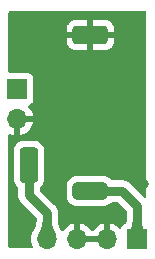
<source format=gbr>
%TF.GenerationSoftware,KiCad,Pcbnew,(6.0.2-0)*%
%TF.CreationDate,2022-02-24T16:39:23+09:00*%
%TF.ProjectId,PJ302Breakout,504a3330-3242-4726-9561-6b6f75742e6b,rev?*%
%TF.SameCoordinates,Original*%
%TF.FileFunction,Copper,L1,Top*%
%TF.FilePolarity,Positive*%
%FSLAX46Y46*%
G04 Gerber Fmt 4.6, Leading zero omitted, Abs format (unit mm)*
G04 Created by KiCad (PCBNEW (6.0.2-0)) date 2022-02-24 16:39:23*
%MOMM*%
%LPD*%
G01*
G04 APERTURE LIST*
G04 Aperture macros list*
%AMRoundRect*
0 Rectangle with rounded corners*
0 $1 Rounding radius*
0 $2 $3 $4 $5 $6 $7 $8 $9 X,Y pos of 4 corners*
0 Add a 4 corners polygon primitive as box body*
4,1,4,$2,$3,$4,$5,$6,$7,$8,$9,$2,$3,0*
0 Add four circle primitives for the rounded corners*
1,1,$1+$1,$2,$3*
1,1,$1+$1,$4,$5*
1,1,$1+$1,$6,$7*
1,1,$1+$1,$8,$9*
0 Add four rect primitives between the rounded corners*
20,1,$1+$1,$2,$3,$4,$5,0*
20,1,$1+$1,$4,$5,$6,$7,0*
20,1,$1+$1,$6,$7,$8,$9,0*
20,1,$1+$1,$8,$9,$2,$3,0*%
G04 Aperture macros list end*
%TA.AperFunction,ComponentPad*%
%ADD10RoundRect,0.250500X-1.249500X0.499500X-1.249500X-0.499500X1.249500X-0.499500X1.249500X0.499500X0*%
%TD*%
%TA.AperFunction,ComponentPad*%
%ADD11RoundRect,0.250500X-0.499500X-1.249500X0.499500X-1.249500X0.499500X1.249500X-0.499500X1.249500X0*%
%TD*%
%TA.AperFunction,ComponentPad*%
%ADD12RoundRect,0.375000X-1.125000X0.375000X-1.125000X-0.375000X1.125000X-0.375000X1.125000X0.375000X0*%
%TD*%
%TA.AperFunction,ComponentPad*%
%ADD13R,1.700000X1.700000*%
%TD*%
%TA.AperFunction,ComponentPad*%
%ADD14O,1.700000X1.700000*%
%TD*%
%TA.AperFunction,ViaPad*%
%ADD15C,0.800000*%
%TD*%
%TA.AperFunction,Conductor*%
%ADD16C,0.800000*%
%TD*%
G04 APERTURE END LIST*
D10*
%TO.P,J1,1*%
%TO.N,GND*%
X116669500Y-48756000D03*
D11*
%TO.P,J1,2*%
%TO.N,/sw*%
X111469500Y-59756000D03*
D12*
%TO.P,J1,3*%
%TO.N,Net-(J1-Pad3)*%
X116669500Y-61956000D03*
%TD*%
D13*
%TO.P,J3,1,Pin_1*%
%TO.N,unconnected-(J3-Pad1)*%
X110490000Y-53340000D03*
D14*
%TO.P,J3,2,Pin_2*%
%TO.N,GND*%
X110490000Y-55880000D03*
%TD*%
D13*
%TO.P,J2,1,Pin_1*%
%TO.N,Net-(J1-Pad3)*%
X120640000Y-66040000D03*
D14*
%TO.P,J2,2,Pin_2*%
%TO.N,GND*%
X118100000Y-66040000D03*
%TO.P,J2,3,Pin_3*%
X115560000Y-66040000D03*
%TO.P,J2,4,Pin_4*%
%TO.N,/sw*%
X113020000Y-66040000D03*
%TD*%
D15*
%TO.N,GND*%
X121200000Y-61400000D03*
X116400000Y-54800000D03*
X120800000Y-47400000D03*
X110400000Y-66200000D03*
X113800000Y-61000000D03*
X116400000Y-58600000D03*
X120800000Y-54800000D03*
X110400000Y-47400000D03*
%TD*%
D16*
%TO.N,/sw*%
X113020000Y-63820000D02*
X111469500Y-62269500D01*
X111469500Y-62269500D02*
X111469500Y-59756000D01*
X113020000Y-66040000D02*
X113020000Y-63820000D01*
%TO.N,Net-(J1-Pad3)*%
X119356000Y-61956000D02*
X120640000Y-63240000D01*
X116669500Y-61956000D02*
X119356000Y-61956000D01*
X120640000Y-63240000D02*
X120640000Y-66040000D01*
%TD*%
%TA.AperFunction,Conductor*%
%TO.N,/sw*%
G36*
X111477933Y-59389769D02*
G01*
X112138861Y-60077053D01*
X112142126Y-60085392D01*
X112140967Y-60090244D01*
X112087067Y-60202033D01*
X112037342Y-60308707D01*
X112037329Y-60308737D01*
X112037310Y-60308777D01*
X112037287Y-60308832D01*
X112037277Y-60308853D01*
X111994886Y-60407456D01*
X111994879Y-60407473D01*
X111994844Y-60407555D01*
X111994807Y-60407655D01*
X111959343Y-60502617D01*
X111959338Y-60502630D01*
X111959286Y-60502771D01*
X111930252Y-60598831D01*
X111907357Y-60700142D01*
X111890219Y-60811109D01*
X111878452Y-60936137D01*
X111871674Y-61079632D01*
X111871673Y-61079726D01*
X111871672Y-61079749D01*
X111869651Y-61234453D01*
X111866116Y-61242681D01*
X111857952Y-61246000D01*
X111081048Y-61246000D01*
X111072775Y-61242573D01*
X111069349Y-61234453D01*
X111067327Y-61079749D01*
X111067326Y-61079726D01*
X111067325Y-61079632D01*
X111060547Y-60936137D01*
X111048780Y-60811109D01*
X111031642Y-60700142D01*
X111008747Y-60598831D01*
X110979713Y-60502771D01*
X110979661Y-60502630D01*
X110979656Y-60502617D01*
X110944192Y-60407655D01*
X110944155Y-60407555D01*
X110944120Y-60407473D01*
X110944113Y-60407456D01*
X110901722Y-60308853D01*
X110901712Y-60308832D01*
X110901689Y-60308777D01*
X110901670Y-60308737D01*
X110901657Y-60308707D01*
X110851932Y-60202033D01*
X110798033Y-60090244D01*
X110797527Y-60081304D01*
X110800139Y-60077053D01*
X111461067Y-59389769D01*
X111469271Y-59386181D01*
X111477933Y-59389769D01*
G37*
%TD.AperFunction*%
%TD*%
%TA.AperFunction,Conductor*%
%TO.N,/sw*%
G36*
X113416798Y-64353427D02*
G01*
X113420223Y-64361472D01*
X113423685Y-64539793D01*
X113434726Y-64702112D01*
X113453098Y-64842441D01*
X113478779Y-64966261D01*
X113511743Y-65079054D01*
X113551968Y-65186303D01*
X113599430Y-65293489D01*
X113654105Y-65406095D01*
X113654137Y-65406159D01*
X113715969Y-65529602D01*
X113716000Y-65529665D01*
X113781365Y-65662128D01*
X113781953Y-65671063D01*
X113779306Y-65675415D01*
X113028433Y-66456231D01*
X113020229Y-66459819D01*
X113011567Y-66456231D01*
X112260694Y-65675415D01*
X112257429Y-65667076D01*
X112258635Y-65662128D01*
X112323999Y-65529665D01*
X112324030Y-65529602D01*
X112385862Y-65406159D01*
X112385894Y-65406095D01*
X112440569Y-65293489D01*
X112488031Y-65186303D01*
X112528256Y-65079054D01*
X112561220Y-64966261D01*
X112586901Y-64842441D01*
X112605273Y-64702112D01*
X112616314Y-64539793D01*
X112619777Y-64361473D01*
X112623364Y-64353268D01*
X112631475Y-64350000D01*
X113408525Y-64350000D01*
X113416798Y-64353427D01*
G37*
%TD.AperFunction*%
%TD*%
%TA.AperFunction,Conductor*%
%TO.N,Net-(J1-Pad3)*%
G36*
X117003744Y-61284533D02*
G01*
X117115500Y-61338416D01*
X117115533Y-61338432D01*
X117222207Y-61388157D01*
X117222237Y-61388170D01*
X117222277Y-61388189D01*
X117222332Y-61388212D01*
X117222353Y-61388222D01*
X117320956Y-61430613D01*
X117320973Y-61430620D01*
X117321055Y-61430655D01*
X117359416Y-61444981D01*
X117416117Y-61466156D01*
X117416130Y-61466161D01*
X117416271Y-61466213D01*
X117512331Y-61495247D01*
X117613642Y-61518142D01*
X117613826Y-61518170D01*
X117613829Y-61518171D01*
X117637269Y-61521791D01*
X117724609Y-61535280D01*
X117724755Y-61535294D01*
X117724765Y-61535295D01*
X117849498Y-61547034D01*
X117849501Y-61547034D01*
X117849637Y-61547047D01*
X117860316Y-61547551D01*
X117993016Y-61553820D01*
X117993044Y-61553821D01*
X117993132Y-61553825D01*
X117993221Y-61553826D01*
X117993249Y-61553827D01*
X118135514Y-61555686D01*
X118147953Y-61555849D01*
X118156181Y-61559384D01*
X118159500Y-61567548D01*
X118159500Y-62344452D01*
X118156073Y-62352725D01*
X118147953Y-62356151D01*
X118118553Y-62356535D01*
X117993249Y-62358172D01*
X117993221Y-62358173D01*
X117993132Y-62358174D01*
X117993044Y-62358178D01*
X117993016Y-62358179D01*
X117860316Y-62364448D01*
X117849637Y-62364952D01*
X117849501Y-62364965D01*
X117849498Y-62364965D01*
X117724765Y-62376704D01*
X117724755Y-62376705D01*
X117724609Y-62376719D01*
X117637269Y-62390208D01*
X117613829Y-62393828D01*
X117613826Y-62393829D01*
X117613642Y-62393857D01*
X117512331Y-62416752D01*
X117416271Y-62445786D01*
X117416130Y-62445838D01*
X117416117Y-62445843D01*
X117359416Y-62467018D01*
X117321055Y-62481344D01*
X117320973Y-62481379D01*
X117320956Y-62481386D01*
X117222353Y-62523777D01*
X117222332Y-62523787D01*
X117222277Y-62523810D01*
X117222237Y-62523829D01*
X117222207Y-62523842D01*
X117115533Y-62573567D01*
X117115500Y-62573583D01*
X117003744Y-62627467D01*
X116994804Y-62627973D01*
X116990553Y-62625361D01*
X116884986Y-62523842D01*
X116303269Y-61964433D01*
X116299681Y-61956229D01*
X116303269Y-61947567D01*
X116712713Y-61553825D01*
X116990553Y-61286639D01*
X116998892Y-61283374D01*
X117003744Y-61284533D01*
G37*
%TD.AperFunction*%
%TD*%
%TA.AperFunction,Conductor*%
%TO.N,Net-(J1-Pad3)*%
G36*
X121036798Y-64353427D02*
G01*
X121040223Y-64361472D01*
X121043685Y-64539793D01*
X121054726Y-64702112D01*
X121073098Y-64842441D01*
X121098779Y-64966261D01*
X121131743Y-65079054D01*
X121171968Y-65186303D01*
X121219430Y-65293489D01*
X121274105Y-65406095D01*
X121274137Y-65406159D01*
X121335969Y-65529602D01*
X121336000Y-65529665D01*
X121401365Y-65662128D01*
X121401953Y-65671063D01*
X121399306Y-65675415D01*
X120648433Y-66456231D01*
X120640229Y-66459819D01*
X120631567Y-66456231D01*
X119880694Y-65675415D01*
X119877429Y-65667076D01*
X119878635Y-65662128D01*
X119943999Y-65529665D01*
X119944030Y-65529602D01*
X120005862Y-65406159D01*
X120005894Y-65406095D01*
X120060569Y-65293489D01*
X120108031Y-65186303D01*
X120148256Y-65079054D01*
X120181220Y-64966261D01*
X120206901Y-64842441D01*
X120225273Y-64702112D01*
X120236314Y-64539793D01*
X120239777Y-64361473D01*
X120243364Y-64353268D01*
X120251475Y-64350000D01*
X121028525Y-64350000D01*
X121036798Y-64353427D01*
G37*
%TD.AperFunction*%
%TD*%
%TA.AperFunction,Conductor*%
%TO.N,GND*%
G36*
X121354121Y-46756002D02*
G01*
X121400614Y-46809658D01*
X121412000Y-46862000D01*
X121412000Y-62422997D01*
X121391998Y-62491118D01*
X121338342Y-62537611D01*
X121268068Y-62547715D01*
X121203488Y-62518221D01*
X121196905Y-62512092D01*
X120055981Y-61371168D01*
X120043140Y-61356135D01*
X120038746Y-61350087D01*
X120038745Y-61350086D01*
X120034866Y-61344747D01*
X119984041Y-61298984D01*
X119979256Y-61294443D01*
X119964741Y-61279928D01*
X119951261Y-61269012D01*
X119948784Y-61267006D01*
X119943769Y-61262722D01*
X119897855Y-61221381D01*
X119897850Y-61221377D01*
X119892944Y-61216960D01*
X119887228Y-61213660D01*
X119887224Y-61213657D01*
X119880763Y-61209927D01*
X119864466Y-61198727D01*
X119858660Y-61194025D01*
X119858658Y-61194024D01*
X119853530Y-61189871D01*
X119792577Y-61158814D01*
X119786782Y-61155667D01*
X119783244Y-61153624D01*
X119727556Y-61121473D01*
X119721274Y-61119432D01*
X119721272Y-61119431D01*
X119714174Y-61117125D01*
X119695907Y-61109559D01*
X119683370Y-61103171D01*
X119617299Y-61085467D01*
X119610997Y-61083600D01*
X119545928Y-61062458D01*
X119539363Y-61061768D01*
X119539354Y-61061766D01*
X119531925Y-61060985D01*
X119512491Y-61057383D01*
X119505286Y-61055453D01*
X119505284Y-61055453D01*
X119498903Y-61053743D01*
X119492312Y-61053398D01*
X119492308Y-61053397D01*
X119430616Y-61050164D01*
X119424042Y-61049647D01*
X119406884Y-61047844D01*
X119406882Y-61047844D01*
X119403610Y-61047500D01*
X119383074Y-61047500D01*
X119376480Y-61047327D01*
X119314782Y-61044093D01*
X119314777Y-61044093D01*
X119308190Y-61043748D01*
X119294292Y-61045949D01*
X119274583Y-61047500D01*
X118559431Y-61047500D01*
X118491310Y-61027498D01*
X118461510Y-61000794D01*
X118426826Y-60957962D01*
X118426825Y-60957961D01*
X118422670Y-60952830D01*
X118379924Y-60918215D01*
X118283472Y-60840109D01*
X118283468Y-60840106D01*
X118278339Y-60835953D01*
X118112862Y-60751638D01*
X118106488Y-60749930D01*
X117939048Y-60705064D01*
X117939044Y-60705063D01*
X117933471Y-60703570D01*
X117927715Y-60703117D01*
X117858800Y-60697693D01*
X117858791Y-60697693D01*
X117856343Y-60697500D01*
X116669981Y-60697500D01*
X115482658Y-60697501D01*
X115435826Y-60701186D01*
X115411283Y-60703117D01*
X115411280Y-60703117D01*
X115405529Y-60703570D01*
X115226138Y-60751638D01*
X115060661Y-60835953D01*
X115055532Y-60840106D01*
X115055528Y-60840109D01*
X114922322Y-60947977D01*
X114916330Y-60952830D01*
X114912175Y-60957961D01*
X114803609Y-61092028D01*
X114803606Y-61092032D01*
X114799453Y-61097161D01*
X114715138Y-61262638D01*
X114713430Y-61269011D01*
X114713430Y-61269012D01*
X114697180Y-61329659D01*
X114667070Y-61442029D01*
X114666617Y-61447785D01*
X114663744Y-61484296D01*
X114661000Y-61519157D01*
X114661001Y-62392842D01*
X114667070Y-62469971D01*
X114715138Y-62649362D01*
X114799453Y-62814839D01*
X114803606Y-62819968D01*
X114803609Y-62819972D01*
X114855865Y-62884502D01*
X114916330Y-62959170D01*
X114921461Y-62963325D01*
X115055528Y-63071891D01*
X115055532Y-63071894D01*
X115060661Y-63076047D01*
X115226138Y-63160362D01*
X115232511Y-63162070D01*
X115232512Y-63162070D01*
X115399952Y-63206936D01*
X115399956Y-63206937D01*
X115405529Y-63208430D01*
X115411285Y-63208883D01*
X115480200Y-63214307D01*
X115480209Y-63214307D01*
X115482657Y-63214500D01*
X116669019Y-63214500D01*
X117856342Y-63214499D01*
X117903174Y-63210814D01*
X117927717Y-63208883D01*
X117927720Y-63208883D01*
X117933471Y-63208430D01*
X118112862Y-63160362D01*
X118278339Y-63076047D01*
X118283468Y-63071894D01*
X118283472Y-63071891D01*
X118417535Y-62963328D01*
X118422670Y-62959170D01*
X118461511Y-62911205D01*
X118519924Y-62870854D01*
X118559431Y-62864500D01*
X118927497Y-62864500D01*
X118995618Y-62884502D01*
X119016592Y-62901405D01*
X119694595Y-63579408D01*
X119728621Y-63641720D01*
X119731500Y-63668503D01*
X119731500Y-64369603D01*
X119731476Y-64372049D01*
X119728709Y-64514534D01*
X119728442Y-64520640D01*
X119723524Y-64592935D01*
X119698945Y-64659541D01*
X119642045Y-64702365D01*
X119581696Y-64724989D01*
X119543295Y-64739385D01*
X119426739Y-64826739D01*
X119339385Y-64943295D01*
X119336233Y-64951704D01*
X119336232Y-64951705D01*
X119294722Y-65062433D01*
X119252081Y-65119198D01*
X119185519Y-65143898D01*
X119116170Y-65128691D01*
X119083546Y-65103004D01*
X119032799Y-65047234D01*
X119025273Y-65040215D01*
X118858139Y-64908222D01*
X118849552Y-64902517D01*
X118663117Y-64799599D01*
X118653705Y-64795369D01*
X118452959Y-64724280D01*
X118442988Y-64721646D01*
X118371837Y-64708972D01*
X118358540Y-64710432D01*
X118354000Y-64724989D01*
X118354000Y-66168000D01*
X118333998Y-66236121D01*
X118280342Y-66282614D01*
X118228000Y-66294000D01*
X115432000Y-66294000D01*
X115363879Y-66273998D01*
X115317386Y-66220342D01*
X115306000Y-66168000D01*
X115306000Y-65767885D01*
X115814000Y-65767885D01*
X115818475Y-65783124D01*
X115819865Y-65784329D01*
X115827548Y-65786000D01*
X117827885Y-65786000D01*
X117843124Y-65781525D01*
X117844329Y-65780135D01*
X117846000Y-65772452D01*
X117846000Y-64723102D01*
X117842082Y-64709758D01*
X117827806Y-64707771D01*
X117789324Y-64713660D01*
X117779288Y-64716051D01*
X117576868Y-64782212D01*
X117567359Y-64786209D01*
X117378463Y-64884542D01*
X117369738Y-64890036D01*
X117199433Y-65017905D01*
X117191726Y-65024748D01*
X117044590Y-65178717D01*
X117038104Y-65186727D01*
X116933193Y-65340521D01*
X116878282Y-65385524D01*
X116807757Y-65393695D01*
X116744010Y-65362441D01*
X116723313Y-65337957D01*
X116642427Y-65212926D01*
X116636136Y-65204757D01*
X116492806Y-65047240D01*
X116485273Y-65040215D01*
X116318139Y-64908222D01*
X116309552Y-64902517D01*
X116123117Y-64799599D01*
X116113705Y-64795369D01*
X115912959Y-64724280D01*
X115902988Y-64721646D01*
X115831837Y-64708972D01*
X115818540Y-64710432D01*
X115814000Y-64724989D01*
X115814000Y-65767885D01*
X115306000Y-65767885D01*
X115306000Y-64723102D01*
X115302082Y-64709758D01*
X115287806Y-64707771D01*
X115249324Y-64713660D01*
X115239288Y-64716051D01*
X115036868Y-64782212D01*
X115027359Y-64786209D01*
X114838463Y-64884542D01*
X114829738Y-64890036D01*
X114659433Y-65017905D01*
X114651726Y-65024748D01*
X114504590Y-65178717D01*
X114498109Y-65186722D01*
X114396391Y-65335833D01*
X114341480Y-65380835D01*
X114270955Y-65389006D01*
X114207208Y-65357752D01*
X114179312Y-65320587D01*
X114171556Y-65304870D01*
X114176050Y-65302652D01*
X114176043Y-65302640D01*
X114171555Y-65304868D01*
X114171554Y-65304869D01*
X114171002Y-65303757D01*
X114170248Y-65302238D01*
X114170134Y-65302011D01*
X114110091Y-65182139D01*
X114109404Y-65180745D01*
X114061277Y-65081626D01*
X114059411Y-65077606D01*
X114023916Y-64997443D01*
X114021156Y-64990687D01*
X113995682Y-64922768D01*
X113992716Y-64913865D01*
X113973484Y-64848059D01*
X113971051Y-64838302D01*
X113955302Y-64762368D01*
X113953742Y-64753137D01*
X113940991Y-64655744D01*
X113940215Y-64647938D01*
X113936474Y-64592935D01*
X113931555Y-64520619D01*
X113931290Y-64514534D01*
X113928524Y-64372057D01*
X113928500Y-64369611D01*
X113928500Y-63901417D01*
X113930051Y-63881705D01*
X113931220Y-63874325D01*
X113932252Y-63867810D01*
X113928673Y-63799519D01*
X113928500Y-63792925D01*
X113928500Y-63772390D01*
X113926353Y-63751960D01*
X113925836Y-63745385D01*
X113922603Y-63683696D01*
X113922603Y-63683695D01*
X113922257Y-63677096D01*
X113918616Y-63663508D01*
X113915012Y-63644061D01*
X113914233Y-63636644D01*
X113914232Y-63636640D01*
X113913542Y-63630072D01*
X113892402Y-63565009D01*
X113890529Y-63558685D01*
X113874539Y-63499010D01*
X113874538Y-63499006D01*
X113872829Y-63492630D01*
X113866440Y-63480092D01*
X113858875Y-63461826D01*
X113856569Y-63454728D01*
X113856568Y-63454726D01*
X113854527Y-63448444D01*
X113820331Y-63389215D01*
X113817185Y-63383421D01*
X113786129Y-63322470D01*
X113777273Y-63311533D01*
X113766073Y-63295237D01*
X113762343Y-63288776D01*
X113762340Y-63288772D01*
X113759040Y-63283056D01*
X113754623Y-63278150D01*
X113754619Y-63278145D01*
X113713278Y-63232231D01*
X113708994Y-63227216D01*
X113698696Y-63214500D01*
X113696072Y-63211259D01*
X113681557Y-63196744D01*
X113677016Y-63191959D01*
X113635673Y-63146043D01*
X113631253Y-63141134D01*
X113619865Y-63132860D01*
X113604832Y-63120019D01*
X112414905Y-61930092D01*
X112380879Y-61867780D01*
X112378000Y-61840997D01*
X112378000Y-61715209D01*
X112398002Y-61647088D01*
X112432225Y-61613443D01*
X112431696Y-61612776D01*
X112437442Y-61608221D01*
X112443661Y-61604373D01*
X112568700Y-61479115D01*
X112644506Y-61356135D01*
X112657731Y-61334681D01*
X112657732Y-61334679D01*
X112661571Y-61328451D01*
X112717290Y-61160463D01*
X112722506Y-61109559D01*
X112727672Y-61059130D01*
X112728000Y-61055931D01*
X112727999Y-58456070D01*
X112717018Y-58350231D01*
X112661006Y-58182341D01*
X112567873Y-58031839D01*
X112442615Y-57906800D01*
X112291951Y-57813929D01*
X112123963Y-57758210D01*
X112117127Y-57757510D01*
X112117124Y-57757509D01*
X112064825Y-57752151D01*
X112019431Y-57747500D01*
X111473741Y-57747500D01*
X110919570Y-57747501D01*
X110916326Y-57747838D01*
X110916318Y-57747838D01*
X110869938Y-57752650D01*
X110813731Y-57758482D01*
X110645841Y-57814494D01*
X110495339Y-57907627D01*
X110370300Y-58032885D01*
X110366460Y-58039115D01*
X110282008Y-58176121D01*
X110277429Y-58183549D01*
X110221710Y-58351537D01*
X110211000Y-58456069D01*
X110211001Y-61055930D01*
X110221982Y-61161769D01*
X110277994Y-61329659D01*
X110371127Y-61480161D01*
X110496385Y-61605200D01*
X110502614Y-61609040D01*
X110508363Y-61613580D01*
X110507273Y-61614960D01*
X110548607Y-61660884D01*
X110561000Y-61715376D01*
X110561000Y-62188083D01*
X110559449Y-62207792D01*
X110557248Y-62221690D01*
X110557593Y-62228277D01*
X110557593Y-62228282D01*
X110560827Y-62289980D01*
X110561000Y-62296574D01*
X110561000Y-62317110D01*
X110561344Y-62320382D01*
X110561344Y-62320384D01*
X110563147Y-62337542D01*
X110563664Y-62344116D01*
X110566347Y-62395302D01*
X110567243Y-62412403D01*
X110568953Y-62418784D01*
X110568953Y-62418786D01*
X110570883Y-62425991D01*
X110574485Y-62445425D01*
X110575266Y-62452854D01*
X110575268Y-62452863D01*
X110575958Y-62459428D01*
X110597100Y-62524497D01*
X110598967Y-62530799D01*
X110616671Y-62596870D01*
X110623059Y-62609407D01*
X110630625Y-62627673D01*
X110634973Y-62641056D01*
X110638276Y-62646778D01*
X110638277Y-62646779D01*
X110669167Y-62700282D01*
X110672314Y-62706077D01*
X110703371Y-62767030D01*
X110707524Y-62772158D01*
X110707525Y-62772160D01*
X110712227Y-62777966D01*
X110723427Y-62794263D01*
X110727157Y-62800724D01*
X110727160Y-62800728D01*
X110730460Y-62806444D01*
X110734877Y-62811350D01*
X110734881Y-62811355D01*
X110776222Y-62857269D01*
X110780506Y-62862284D01*
X110793428Y-62878241D01*
X110807943Y-62892756D01*
X110812484Y-62897541D01*
X110858247Y-62948366D01*
X110863586Y-62952245D01*
X110863587Y-62952246D01*
X110869635Y-62956640D01*
X110884668Y-62969481D01*
X112074595Y-64159408D01*
X112108621Y-64221720D01*
X112111500Y-64248503D01*
X112111500Y-64369603D01*
X112111476Y-64372049D01*
X112108709Y-64514534D01*
X112108444Y-64520619D01*
X112103525Y-64592935D01*
X112099784Y-64647938D01*
X112099008Y-64655744D01*
X112086257Y-64753137D01*
X112084697Y-64762368D01*
X112068948Y-64838302D01*
X112066515Y-64848059D01*
X112047283Y-64913865D01*
X112044317Y-64922768D01*
X112018843Y-64990687D01*
X112016083Y-64997443D01*
X111980588Y-65077606D01*
X111978722Y-65081626D01*
X111930595Y-65180745D01*
X111929908Y-65182139D01*
X111869825Y-65302091D01*
X111869751Y-65302238D01*
X111868444Y-65304871D01*
X111868443Y-65304870D01*
X111850220Y-65341799D01*
X111841327Y-65357028D01*
X111834743Y-65366680D01*
X111740688Y-65569305D01*
X111680989Y-65784570D01*
X111657251Y-66006695D01*
X111670110Y-66229715D01*
X111671247Y-66234761D01*
X111671248Y-66234767D01*
X111682031Y-66282614D01*
X111719222Y-66447639D01*
X111757461Y-66541811D01*
X111792700Y-66628596D01*
X111799796Y-66699237D01*
X111767574Y-66762501D01*
X111706264Y-66798301D01*
X111675957Y-66802000D01*
X109854000Y-66802000D01*
X109785879Y-66781998D01*
X109739386Y-66728342D01*
X109728000Y-66676000D01*
X109728000Y-65303761D01*
X111866199Y-65303761D01*
X111867806Y-65304554D01*
X111866201Y-65303757D01*
X111866199Y-65303761D01*
X109728000Y-65303761D01*
X109728000Y-57225509D01*
X109748002Y-57157388D01*
X109801658Y-57110895D01*
X109871932Y-57100791D01*
X109900943Y-57109603D01*
X109901217Y-57108886D01*
X110105001Y-57186703D01*
X110114899Y-57189579D01*
X110218250Y-57210606D01*
X110232299Y-57209410D01*
X110236000Y-57199065D01*
X110236000Y-57198517D01*
X110744000Y-57198517D01*
X110748064Y-57212359D01*
X110761478Y-57214393D01*
X110768184Y-57213534D01*
X110778262Y-57211392D01*
X110982255Y-57150191D01*
X110991842Y-57146433D01*
X111183095Y-57052739D01*
X111191945Y-57047464D01*
X111365328Y-56923792D01*
X111373200Y-56917139D01*
X111524052Y-56766812D01*
X111530730Y-56758965D01*
X111655003Y-56586020D01*
X111660313Y-56577183D01*
X111754670Y-56386267D01*
X111758469Y-56376672D01*
X111820377Y-56172910D01*
X111822555Y-56162837D01*
X111823986Y-56151962D01*
X111821775Y-56137778D01*
X111808617Y-56134000D01*
X110762115Y-56134000D01*
X110746876Y-56138475D01*
X110745671Y-56139865D01*
X110744000Y-56147548D01*
X110744000Y-57198517D01*
X110236000Y-57198517D01*
X110236000Y-55752000D01*
X110256002Y-55683879D01*
X110309658Y-55637386D01*
X110362000Y-55626000D01*
X111808344Y-55626000D01*
X111821875Y-55622027D01*
X111823180Y-55612947D01*
X111781214Y-55445875D01*
X111777894Y-55436124D01*
X111692972Y-55240814D01*
X111688105Y-55231739D01*
X111572426Y-55052926D01*
X111566136Y-55044757D01*
X111422293Y-54886677D01*
X111391241Y-54822831D01*
X111399635Y-54752333D01*
X111444812Y-54697564D01*
X111471256Y-54683895D01*
X111578297Y-54643767D01*
X111586705Y-54640615D01*
X111703261Y-54553261D01*
X111790615Y-54436705D01*
X111841745Y-54300316D01*
X111848500Y-54238134D01*
X111848500Y-52441866D01*
X111841745Y-52379684D01*
X111790615Y-52243295D01*
X111703261Y-52126739D01*
X111586705Y-52039385D01*
X111450316Y-51988255D01*
X111388134Y-51981500D01*
X109854000Y-51981500D01*
X109785879Y-51961498D01*
X109739386Y-51907842D01*
X109728000Y-51855500D01*
X109728000Y-49302634D01*
X114661500Y-49302634D01*
X114661837Y-49309150D01*
X114671762Y-49404808D01*
X114674655Y-49418204D01*
X114726132Y-49572498D01*
X114732306Y-49585676D01*
X114817668Y-49723620D01*
X114826704Y-49735021D01*
X114941517Y-49849634D01*
X114952928Y-49858646D01*
X115091032Y-49943775D01*
X115104209Y-49949919D01*
X115258611Y-50001132D01*
X115271978Y-50003998D01*
X115366402Y-50013672D01*
X115372817Y-50014000D01*
X116397385Y-50014000D01*
X116412624Y-50009525D01*
X116413829Y-50008135D01*
X116415500Y-50000452D01*
X116415500Y-49995885D01*
X116923500Y-49995885D01*
X116927975Y-50011124D01*
X116929365Y-50012329D01*
X116937048Y-50014000D01*
X117966134Y-50014000D01*
X117972650Y-50013663D01*
X118068308Y-50003738D01*
X118081704Y-50000845D01*
X118235998Y-49949368D01*
X118249176Y-49943194D01*
X118387120Y-49857832D01*
X118398521Y-49848796D01*
X118513134Y-49733983D01*
X118522146Y-49722572D01*
X118607275Y-49584468D01*
X118613419Y-49571291D01*
X118664632Y-49416889D01*
X118667498Y-49403522D01*
X118677172Y-49309098D01*
X118677500Y-49302683D01*
X118677500Y-49028115D01*
X118673025Y-49012876D01*
X118671635Y-49011671D01*
X118663952Y-49010000D01*
X116941615Y-49010000D01*
X116926376Y-49014475D01*
X116925171Y-49015865D01*
X116923500Y-49023548D01*
X116923500Y-49995885D01*
X116415500Y-49995885D01*
X116415500Y-49028115D01*
X116411025Y-49012876D01*
X116409635Y-49011671D01*
X116401952Y-49010000D01*
X114679615Y-49010000D01*
X114664376Y-49014475D01*
X114663171Y-49015865D01*
X114661500Y-49023548D01*
X114661500Y-49302634D01*
X109728000Y-49302634D01*
X109728000Y-48483885D01*
X114661500Y-48483885D01*
X114665975Y-48499124D01*
X114667365Y-48500329D01*
X114675048Y-48502000D01*
X116397385Y-48502000D01*
X116412624Y-48497525D01*
X116413829Y-48496135D01*
X116415500Y-48488452D01*
X116415500Y-48483885D01*
X116923500Y-48483885D01*
X116927975Y-48499124D01*
X116929365Y-48500329D01*
X116937048Y-48502000D01*
X118659385Y-48502000D01*
X118674624Y-48497525D01*
X118675829Y-48496135D01*
X118677500Y-48488452D01*
X118677500Y-48209366D01*
X118677163Y-48202850D01*
X118667238Y-48107192D01*
X118664345Y-48093796D01*
X118612868Y-47939502D01*
X118606694Y-47926324D01*
X118521332Y-47788380D01*
X118512296Y-47776979D01*
X118397483Y-47662366D01*
X118386072Y-47653354D01*
X118247968Y-47568225D01*
X118234791Y-47562081D01*
X118080389Y-47510868D01*
X118067022Y-47508002D01*
X117972598Y-47498328D01*
X117966183Y-47498000D01*
X116941615Y-47498000D01*
X116926376Y-47502475D01*
X116925171Y-47503865D01*
X116923500Y-47511548D01*
X116923500Y-48483885D01*
X116415500Y-48483885D01*
X116415500Y-47516115D01*
X116411025Y-47500876D01*
X116409635Y-47499671D01*
X116401952Y-47498000D01*
X115372866Y-47498000D01*
X115366350Y-47498337D01*
X115270692Y-47508262D01*
X115257296Y-47511155D01*
X115103002Y-47562632D01*
X115089824Y-47568806D01*
X114951880Y-47654168D01*
X114940479Y-47663204D01*
X114825866Y-47778017D01*
X114816854Y-47789428D01*
X114731725Y-47927532D01*
X114725581Y-47940709D01*
X114674368Y-48095111D01*
X114671502Y-48108478D01*
X114661828Y-48202902D01*
X114661500Y-48209317D01*
X114661500Y-48483885D01*
X109728000Y-48483885D01*
X109728000Y-46862000D01*
X109748002Y-46793879D01*
X109801658Y-46747386D01*
X109854000Y-46736000D01*
X121286000Y-46736000D01*
X121354121Y-46756002D01*
G37*
%TD.AperFunction*%
%TD*%
M02*

</source>
